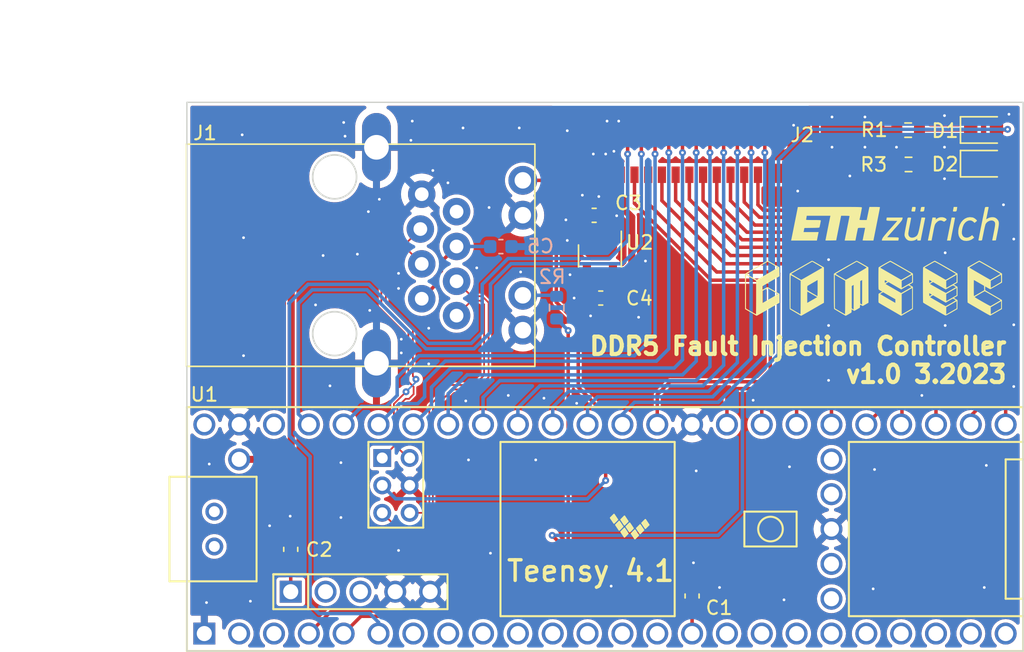
<source format=kicad_pcb>
(kicad_pcb (version 20211014) (generator pcbnew)
  (title_block (title "Injection Controller") (date "2023-03-06") (company "COMSEC") (comment 1 "ETHZ COMSEC") (comment 3 "Draft") (comment 4 "EN") (comment 5 "Stefan Gloor") (comment 7 "D-ITET"))
  (layers (0 "F.Cu" signal) (31 "B.Cu" signal) (34 "B.Paste" user) (35 "F.Paste" user) (36 "B.SilkS" user "B.Silkscreen") (37 "F.SilkS" user "F.Silkscreen") (38 "B.Mask" user) (39 "F.Mask" user) (44 "Edge.Cuts" user))
  (net 0 "")
  (net 1 "Net-(C1-Pad1)")
  (net 4 "GND")
  (net 5 "Net-(C2-Pad1)")
  (net 6 "VUSB")
  (net 7 "+1V1")
  (net 8 "Net-(C5-Pad1)")
  (net 9 "Net-(D1-Pad1)")
  (net 10 "Net-(D1-Pad2)")
  (net 11 "Net-(D2-Pad1)")
  (net 12 "ETH_TX_P")
  (net 13 "ETH_TX_N")
  (net 14 "ETH_RX_P")
  (net 15 "ETH_RX_N")
  (net 17 "ETH_LED2")
  (net 18 "ETH_LED")
  (net 19 "Net-(R2-Pad2)")
  (net 20 "CA4_LOW")
  (net 21 "CA2_PASS")
  (net 22 "CA4_HIGH")
  (net 23 "CA3_PASS")
  (net 24 "CA2_LOW")
  (net 25 "CA1_HIGH")
  (net 26 "CA4_A_STATIC")
  (net 27 "CA3_HIGH")
  (net 34 "CA4_A_PASS")
  (net 47 "CA10_A_PASS")
  (net 49 "CA1_LOW")
  (net 52 "CA10_A_HIGH")
  (net 55 "CA4_A_CS0")
  (net 58 "CA4_RFU")
  (net 59 "CA1_PASS")
  (net 60 "CA2_HIGH")
  (net 61 "CS0_A_n_PASS")
  (net 62 "CA3_LOW")
  (net 63 "CS0_A_n_HIGH")
  (net 64 "CA10_A_LOW")
  (net 65 "CS0_A_n_LOW")
  (footprint "DDR5:5019512430" (layer "F.Cu") (at 155.35 83.86)
    (fp_text reference "J2")
    (fp_text value "Molex 5019512430" hide)
  )
  (footprint "Capacitor_SMD:C_0603_1608Metric" (layer "F.Cu") (at 126.54 112.62 90)
    (fp_text reference "C2")
    (fp_text value "100n" hide)
  )
  (footprint "LED_SMD:LED_0805_2012Metric" (layer "F.Cu") (at 177.05 84.505)
    (fp_text reference "D2")
    (fp_text value "LED" hide)
  )
  (footprint "Capacitor_SMD:C_0603_1608Metric" (layer "F.Cu") (at 155.8 116.02 90)
    (fp_text reference "C1")
    (fp_text value "100n" hide)
  )
  (footprint "Package_TO_SOT_SMD:SOT-23-5" (layer "F.Cu") (at 149.08 91.23 -90)
    (fp_text reference "U2")
    (fp_text value "TLV73311PDBV" hide)
  )
  (footprint "Resistor_SMD:R_0603_1608Metric" (layer "F.Cu") (at 171.55 82.06)
    (fp_text reference "R1")
    (fp_text value "330" hide)
  )
  (footprint "LOGO" (layer "F.Cu") (at 170.58 88.87)
    (fp_text reference "G***" hide)
    (fp_text value "LOGO" hide)
  )
  (footprint "Capacitor_SMD:C_0603_1608Metric" (layer "F.Cu") (at 148.66 88.27)
    (fp_text reference "C3")
    (fp_text value "100n" hide)
  )
  (footprint "DDR5:480251090" (layer "F.Cu") (at 136.09 91.18 -90)
    (fp_text reference "J1")
    (fp_text value "RJ45_Bel_SI-60062-F")
    (fp_circle (center 5.715 6.35) (end 7.315 6.35) (layer "Edge.Cuts") (width 0.12) (fill none))
    (fp_circle (center -5.715 6.35) (end -4.115 6.35) (layer "Edge.Cuts") (width 0.12) (fill none))
  )
  (footprint "LOGO" (layer "F.Cu") (at 169.02 93.57)
    (fp_text reference "G***" hide)
    (fp_text value "LOGO" hide)
  )
  (footprint "Capacitor_SMD:C_0603_1608Metric" (layer "F.Cu") (at 149.14 94.3 180)
    (fp_text reference "C4")
    (fp_text value "100n" hide)
  )
  (footprint "Teensy:Teensy41" (layer "F.Cu") (at 149.45 111.14)
    (fp_text reference "U1")
    (fp_text value "Teensy4.1" hide)
  )
  (footprint "Resistor_SMD:R_0603_1608Metric" (layer "F.Cu") (at 171.58 84.56 180)
    (fp_text reference "R3")
    (fp_text value "330" hide)
  )
  (footprint "LED_SMD:LED_0805_2012Metric" (layer "F.Cu") (at 177.05 82.045)
    (fp_text reference "D1")
    (fp_text value "LED" hide)
  )
  (footprint "Capacitor_SMD:C_0603_1608Metric" (layer "B.Cu") (at 141.86 90.55)
    (fp_text reference "C5")
    (fp_text value "100n" hide)
  )
  (footprint "Resistor_SMD:R_0603_1608Metric" (layer "B.Cu") (at 145.93 95 -90)
    (fp_text reference "R2")
    (fp_text value "330" hide)
  )
  (gr_rect (start 118.97 120.03) (end 179.93 80.03) (layer "Edge.Cuts") (width 0.1) (fill none))
  (gr_text "DDR5 Fault Injection Controller\nv1.0 3.2023\n" (at 178.87 98.83) (layer "F.SilkS") (effects (font (size 1.27 1.27) (thickness 0.3)) (justify right)))
  (gr_text "Teensy 4.1" (at 148.4 114.2) (layer "F.SilkS") (effects (font (size 1.5 1.5) (thickness 0.25))))
  (segment (start 155.8 118.76) (end 155.8 116.795) (width 0.254) (layer "F.Cu") (net 1))
  (segment (start 149.07 89.01) (end 149.07 90.0825) (width 0.254) (layer "F.Cu") (net 4))
  (segment (start 149.435 88.27) (end 149.435 88.645) (width 0.254) (layer "F.Cu") (net 4))
  (segment (start 149.07 90.0825) (end 149.08 90.0925) (width 0.254) (layer "F.Cu") (net 4))
  (segment (start 149.435 88.645) (end 149.07 89.01) (width 0.254) (layer "F.Cu") (net 4))
  (via (at 130.5 82.5) (size 0.5) (drill 0.2) (layers "F.Cu" "B.Cu") (net 4))
  (via (at 151.9 95.7) (size 0.5) (drill 0.2) (layers "F.Cu" "B.Cu") (net 4))
  (via (at 174.25 96.3) (size 0.5) (drill 0.2) (layers "F.Cu" "B.Cu") (net 4))
  (via (at 133 87.1) (size 0.5) (drill 0.2) (layers "F.Cu" "B.Cu") (net 4))
  (via (at 147.385256 101.971555) (size 0.5) (drill 0.2) (layers "F.Cu" "B.Cu") (net 4))
  (via (at 120.4 116.5) (size 0.5) (drill 0.2) (layers "F.Cu" "B.Cu") (net 4))
  (via (at 136.6 96.5) (size 0.5) (drill 0.2) (layers "F.Cu" "B.Cu") (net 4))
  (via (at 165.75 96.3) (size 0.5) (drill 0.2) (layers "F.Cu" "B.Cu") (net 4))
  (via (at 168.4 81.1) (size 0.5) (drill 0.2) (layers "F.Cu" "B.Cu") (net 4))
  (via (at 130.4 81.5) (size 0.5) (drill 0.2) (layers "F.Cu" "B.Cu") (net 4))
  (via (at 165.75 100.3) (size 0.5) (drill 0.2) (layers "F.Cu" "B.Cu") (net 4))
  (via (at 165.75 91.5) (size 0.5) (drill 0.2) (layers "F.Cu" "B.Cu") (net 4))
  (via (at 123.1 89.9) (size 0.5) (drill 0.2) (layers "F.Cu" "B.Cu") (net 4))
  (via (at 138 85.9) (size 0.5) (drill 0.2) (layers "F.Cu" "B.Cu") (net 4))
  (via (at 157.8 115.4) (size 0.5) (drill 0.2) (layers "F.Cu" "B.Cu") (net 4))
  (via (at 139.1 81.9) (size 0.5) (drill 0.2) (layers "F.Cu" "B.Cu") (net 4))
  (via (at 178.5 87.5) (size 0.5) (drill 0.2) (layers "F.Cu" "B.Cu") (net 4))
  (via (at 162.9 106.6) (size 0.5) (drill 0.2) (layers "F.Cu" "B.Cu") (net 4))
  (via (at 160.25 101.75) (size 0.5) (drill 0.2) (layers "F.Cu" "B.Cu") (net 4))
  (via (at 134.4 92.5) (size 0.5) (drill 0.2) (layers "F.Cu" "B.Cu") (net 4))
  (via (at 150.45 81.4) (size 0.5) (drill 0.2) (layers "F.Cu" "B.Cu") (net 4))
  (via (at 136.9 85) (size 0.5) (drill 0.2) (layers "F.Cu" "B.Cu") (net 4))
  (via (at 166 81.1) (size 0.5) (drill 0.2) (layers "F.Cu" "B.Cu") (net 4))
  (via (at 150.1 83.6) (size 0.5) (drill 0.2) (layers "F.Cu" "B.Cu") (net 4))
  (via (at 169 115.5) (size 0.5) (drill 0.2) (layers "F.Cu" "B.Cu") (net 4))
  (via (at 147.2 94.3) (size 0.5) (drill 0.2) (layers "F.Cu" "B.Cu") (net 4))
  (via (at 177.1 115.4) (size 0.5) (drill 0.2) (layers "F.Cu" "B.Cu") (net 4))
  (via (at 172.55 101.4) (size 0.5) (drill 0.2) (layers "F.Cu" "B.Cu") (net 4))
  (via (at 168.4 83.3) (size 0.5) (drill 0.2) (layers "F.Cu" "B.Cu") (net 4))
  (via (at 162.5 116.3) (size 0.5) (drill 0.2) (layers "F.Cu" "B.Cu") (net 4))
  (via (at 174.2 85.6) (size 0.5) (drill 0.2) (layers "F.Cu" "B.Cu") (net 4))
  (via (at 147.8 86.8) (size 0.5) (drill 0.2) (layers "F.Cu" "B.Cu") (net 4))
  (via (at 163.5 86.5) (size 0.5) (drill 0.2) (layers "F.Cu" "B.Cu") (net 4))
  (via (at 142.4 101.4) (size 0.5) (drill 0.2) (layers "F.Cu" "B.Cu") (net 4))
  (via (at 179.25 96.25) (size 0.5) (drill 0.2) (layers "F.Cu" "B.Cu") (net 4))
  (via (at 123.1 98.5) (size 0.5) (drill 0.2) (layers "F.Cu" "B.Cu") (net 4))
  (via (at 148.6 83.8) (size 0.5) (drill 0.2) (layers "F.Cu" "B.Cu") (net 4))
  (via (at 139.3 101.8) (size 0.5) (drill 0.2) (layers "F.Cu" "B.Cu") (net 4))
  (via (at 174.2 81) (size 0.5) (drill 0.2) (layers "F.Cu" "B.Cu") (net 4))
  (via (at 163.2 81.7) (size 0.5) (drill 0.2) (layers "F.Cu" "B.Cu") (net 4))
  (via (at 174.2 83.3) (size 0.5) (drill 0.2) (layers "F.Cu" "B.Cu") (net 4))
  (via (at 143.3 92.4) (size 0.5) (drill 0.2) (layers "F.Cu" "B.Cu") (net 4))
  (via (at 156.1 106.9) (size 0.5) (drill 0.2) (layers "F.Cu" "B.Cu") (net 4))
  (via (at 128.9 91.2) (size 0.5) (drill 0.2) (layers "F.Cu" "B.Cu") (net 4))
  (via (at 139.5 106.1) (size 0.5) (drill 0.2) (layers "F.Cu" "B.Cu") (net 4))
  (via (at 134.4 112.7) (size 0.5) (drill 0.2) (layers "F.Cu" "B.Cu") (net 4))
  (via (at 146.6 88.6) (size 0.5) (drill 0.2) (layers "F.Cu" "B.Cu") (net 4))
  (via (at 140.1 92.1) (size 0.5) (drill 0.2) (layers "F.Cu" "B.Cu") (net 4))
  (via (at 178.9 80.9) (size 0.5) (drill 0.2) (layers "F.Cu" "B.Cu") (net 4))
  (via (at 145 101.6) (size 0.5) (drill 0.2) (layers "F.Cu" "B.Cu") (net 4))
  (via (at 143.2 81.9) (size 0.5) (drill 0.2) (layers "F.Cu" "B.Cu") (net 4))
  (via (at 129.4 100.7) (size 0.5) (drill 0.2) (layers "F.Cu" "B.Cu") (net 4))
  (via (at 141.1 112.9) (size 0.5) (drill 0.2) (layers "F.Cu" "B.Cu") (net 4))
  (via (at 134.6 97.3) (size 0.5) (drill 0.2) (layers "F.Cu" "B.Cu") (net 4))
  (via (at 150.3 88.3) (size 0.5) (drill 0.2) (layers "F.Cu" "B.Cu") (net 4))
  (via (at 125 110.9) (size 0.5) (drill 0.2) (layers "F.Cu" "B.Cu") (net 4))
  (via (at 130.2 110.3) (size 0.5) (drill 0.2) (layers "F.Cu" "B.Cu") (net 4))
  (via (at 131.4 91.1) (size 0.5) (drill 0.2) (layers "F.Cu" "B.Cu") (net 4))
  (via (at 144.4 106.1) (size 0.5) (drill 0.2) (layers "F.Cu" "B.Cu") (net 4))
  (via (at 128.35 94.8) (size 0.5) (drill 0.2) (layers "F.Cu" "B.Cu") (net 4))
  (via (at 141 87.7) (size 0.5) (drill 0.2) (layers "F.Cu" "B.Cu") (net 4))
  (via (at 179.25 100.75) (size 0.5) (drill 0.2) (layers "F.Cu" "B.Cu") (net 4))
  (via (at 120.6 106.4) (size 0.5) (drill 0.2) (layers "F.Cu" "B.Cu") (net 4))
  (via (at 170.7 83.3) (size 0.5) (drill 0.2) (layers "F.Cu" "B.Cu") (net 4))
  (via (at 149.5 83.8) (size 0.5) (drill 0.2) (layers "F.Cu" "B.Cu") (net 4))
  (via (at 123 82.4) (size 0.5) (drill 0.2) (layers "F.Cu" "B.Cu") (net 4))
  (via (at 167.3 85.4) (size 0.5) (drill 0.2) (layers "F.Cu" "B.Cu") (net 4))
  (via (at 134.6 98.3) (size 0.5) (drill 0.2) (layers "F.Cu" "B.Cu") (net 4))
  (via (at 155.9 113.6) (size 0.5) (drill 0.2) (layers "F.Cu" "B.Cu") (net 4))
  (via (at 169.1 106.8) (size 0.5) (drill 0.2) (layers "F.Cu" "B.Cu") (net 4))
  (via (at 148.4 95.6) (size 0.5) (drill 0.2) (layers "F.Cu" "B.Cu") (net 4))
  (via (at 136.6 99.1) (size 0.5) (drill 0.2) (layers "F.Cu" "B.Cu") (net 4))
  (via (at 146.7 82.1) (size 0.5) (drill 0.2) (layers "F.Cu" "B.Cu") (net 4))
  (via (at 149.6 81.4) (size 0.5) (drill 0.2) (layers "F.Cu" "B.Cu") (net 4))
  (via (at 134.4 93.6) (size 0.5) (drill 0.2) (layers "F.Cu" "B.Cu") (net 4))
  (via (at 135.4 81.4) (size 0.5) (drill 0.2) (layers "F.Cu" "B.Cu") (net 4))
  (via (at 177.25 106.5) (size 0.5) (drill 0.2) (layers "F.Cu" "B.Cu") (net 4))
  (via (at 149 86.9) (size 0.5) (drill 0.2) (layers "F.Cu" "B.Cu") (net 4))
  (via (at 152.4 91.6) (size 0.5) (drill 0.2) (layers "F.Cu" "B.Cu") (net 4))
  (via (at 132.2 88) (size 0.5) (drill 0.2) (layers "F.Cu" "B.Cu") (net 4))
  (via (at 132.3 95.2) (size 0.5) (drill 0.2) (layers "F.Cu" "B.Cu") (net 4))
  (via (at 135.3 82.8) (size 0.5) (drill 0.2) (layers "F.Cu" "B.Cu") (net 4))
  (via (at 149.9 115.3) (size 0.5) (drill 0.2) (layers "F.Cu" "B.Cu") (net 4))
  (via (at 166 83.3) (size 0.5) (drill 0.2) (layers "F.Cu" "B.Cu") (net 4))
  (via (at 123.6 116.4) (size 0.5) (drill 0.2) (layers "F.Cu" "B.Cu") (net 4))
  (via (at 146.9 92.6) (size 0.5) (drill 0.2) (layers "F.Cu" "B.Cu") (net 4))
  (via (at 174.25 91) (size 0.5) (drill 0.2) (layers "F.Cu" "B.Cu") (net 4))
  (via (at 126.5 110.2) (size 0.5) (drill 0.2) (layers "F.Cu" "B.Cu") (net 4))
  (via (at 146.7 90.1) (size 0.5) (drill 0.2) (layers "F.Cu" "B.Cu") (net 4))
  (via (at 130.2 106.3) (size 0.5) (drill 0.2) (layers "F.Cu" "B.Cu") (net 4))
  (via (at 179.25 90) (size 0.5) (drill 0.2) (layers "F.Cu" "B.Cu") (net 4))
  (segment (start 126.5392 113.3958) (end 126.54 113.395) (width 0.254) (layer "F.Cu") (net 5))
  (segment (start 126.5392 115.7092) (end 126.5392 113.3958) (width 0.254) (layer "F.Cu") (net 5))
  (segment (start 146.8 85.1) (end 146.8 87.185) (width 0.512) (layer "F.Cu") (net 6))
  (segment (start 126.576 105.524) (end 126.576 91.024) (width 0.512) (layer "F.Cu") (net 6))
  (segment (start 166.1 86.6) (end 164.8 85.3) (width 0.512) (layer "F.Cu") (net 6))
  (segment (start 148.13 88.515) (end 147.885 88.27) (width 0.512) (layer "F.Cu") (net 6))
  (segment (start 164.8 81.6) (end 163.886 80.686) (width 0.512) (layer "F.Cu") (net 6))
  (segment (start 177.9875 84.505) (end 177.9875 86.1125) (width 0.512) (layer "F.Cu") (net 6))
  (segment (start 134 86.2) (end 136.8 83.4) (width 0.512) (layer "F.Cu") (net 6))
  (segment (start 146.8 87.185) (end 147.885 88.27) (width 0.512) (layer "F.Cu") (net 6))
  (segment (start 177.9875 86.1125) (end 177.5 86.6) (width 0.512) (layer "F.Cu") (net 6))
  (segment (start 148.13 90.93) (end 148.13 90.0925) (width 0.512) (layer "F.Cu") (net 6))
  (segment (start 126.04 106.06) (end 126.576 105.524) (width 0.512) (layer "F.Cu") (net 6))
  (segment (start 164.8 85.3) (end 164.8 81.6) (width 0.512) (layer "F.Cu") (net 6))
  (segment (start 128.4 89.2) (end 133 89.2) (width 0.512) (layer "F.Cu") (net 6))
  (segment (start 134 88.2) (end 134 86.2) (width 0.512) (layer "F.Cu") (net 6))
  (segment (start 133 89.2) (end 134 88.2) (width 0.512) (layer "F.Cu") (net 6))
  (segment (start 177.5 86.6) (end 166.1 86.6) (width 0.512) (layer "F.Cu") (net 6))
  (segment (start 148.5 91.3) (end 148.13 90.93) (width 0.512) (layer "F.Cu") (net 6))
  (segment (start 122.78 106.06) (end 126.04 106.06) (width 0.512) (layer "F.Cu") (net 6))
  (segment (start 145.1 83.4) (end 146.8 85.1) (width 0.512) (layer "F.Cu") (net 6))
  (segment (start 146.014 80.686) (end 145.1 81.6) (width 0.512) (layer "F.Cu") (net 6))
  (segment (start 126.576 91.024) (end 128.4 89.2) (width 0.512) (layer "F.Cu") (net 6))
  (segment (start 163.886 80.686) (end 146.014 80.686) (width 0.512) (layer "F.Cu") (net 6))
  (segment (start 145.1 81.6) (end 145.1 83.4) (width 0.512) (layer "F.Cu") (net 6))
  (segment (start 150.03 90.97) (end 149.7 91.3) (width 0.512) (layer "F.Cu") (net 6))
  (segment (start 149.7 91.3) (end 148.5 91.3) (width 0.512) (layer "F.Cu") (net 6))
  (segment (start 148.13 90.0925) (end 148.13 88.515) (width 0.512) (layer "F.Cu") (net 6))
  (segment (start 136.8 83.4) (end 145.1 83.4) (width 0.512) (layer "F.Cu") (net 6))
  (segment (start 150.03 90.0925) (end 150.03 90.97) (width 0.512) (layer "F.Cu") (net 6))
  (segment (start 151.4 91.9) (end 150.9325 92.3675) (width 0.512) (layer "F.Cu") (net 7))
  (segment (start 150.9325 92.3675) (end 150.03 92.3675) (width 0.512) (layer "F.Cu") (net 7))
  (segment (start 149.600015 86.400015) (end 150 86.8) (width 0.512) (layer "F.Cu") (net 7))
  (segment (start 150.5 86.8) (end 150.8 87.1) (width 0.512) (layer "F.Cu") (net 7))
  (segment (start 150.8 87.1) (end 150.8 87.8) (width 0.512) (layer "F.Cu") (net 7))
  (segment (start 149.600015 85.309999) (end 149.600015 86.400015) (width 0.512) (layer "F.Cu") (net 7))
  (segment (start 150 86.8) (end 150.5 86.8) (width 0.512) (layer "F.Cu") (net 7))
  (segment (start 150.03 92.3675) (end 150.03 94.185) (width 0.512) (layer "F.Cu") (net 7))
  (segment (start 151.4 88.4) (end 151.4 91.9) (width 0.512) (layer "F.Cu") (net 7))
  (segment (start 150.8 87.8) (end 151.4 88.4) (width 0.512) (layer "F.Cu") (net 7))
  (segment (start 150.03 94.185) (end 149.915 94.3) (width 0.512) (layer "F.Cu") (net 7))
  (segment (start 136.09 94.35) (end 137.08 93.36) (width 0.254) (layer "F.Cu") (net 8))
  (segment (start 137.52 92.32) (end 137.52 91.65) (width 0.254) (layer "F.Cu") (net 8))
  (segment (start 137.52 91.65) (end 138.63 90.54) (width 0.254) (layer "F.Cu") (net 8))
  (segment (start 137.08 93.36) (end 137.08 92.76) (width 0.254) (layer "F.Cu") (net 8))
  (segment (start 137.08 92.76) (end 137.52 92.32) (width 0.254) (layer "F.Cu") (net 8))
  (segment (start 141.075 90.54) (end 141.085 90.55) (width 0.254) (layer "B.Cu") (net 8))
  (segment (start 138.63 90.54) (end 141.075 90.54) (width 0.254) (layer "B.Cu") (net 8))
  (segment (start 172.39 82.045) (end 172.375 82.06) (width 0.254) (layer "F.Cu") (net 9))
  (segment (start 176.1125 82.045) (end 172.39 82.045) (width 0.254) (layer "F.Cu") (net 9))
  (segment (start 129.501 117.119) (end 131.817816 117.119) (width 0.254) (layer "F.Cu") (net 10))
  (segment (start 127.86 118.76) (end 129.501 117.119) (width 0.254) (layer "F.Cu") (net 10))
  (segment (start 131.817816 117.119) (end 144.881 117.119) (width 0.254) (layer "F.Cu") (net 10))
  (segment (start 146.3 115.7) (end 146.3 112.3) (width 0.254) (layer "F.Cu") (net 10))
  (segment (start 177.9875 82.045) (end 178.755 82.045) (width 0.254) (layer "F.Cu") (net 10))
  (segment (start 146.3 112.3) (end 145.6 111.6) (width 0.254) (layer "F.Cu") (net 10))
  (segment (start 144.881 117.119) (end 146.3 115.7) (width 0.254) (layer "F.Cu") (net 10))
  (segment (start 178.755 82.045) (end 178.8 82) (width 0.254) (layer "F.Cu") (net 10))
  (via (at 145.6 111.6) (size 0.5) (drill 0.2) (layers "F.Cu" "B.Cu") (net 10))
  (via (at 178.8 82) (size 0.5) (drill 0.2) (layers "F.Cu" "B.Cu") (net 10))
  (segment (start 164.3 82) (end 178.8 82) (width 0.254) (layer "B.Cu") (net 10))
  (segment (start 162.1 98.4) (end 162.1 91.4) (width 0.254) (layer "B.Cu") (net 10))
  (segment (start 162.1 84.2) (end 164.2 82.1) (width 0.254) (layer "B.Cu") (net 10))
  (segment (start 162.1 91.4) (end 162.1 84.2) (width 0.254) (layer "B.Cu") (net 10))
  (segment (start 164.2 82.1) (end 164.3 82) (width 0.254) (layer "B.Cu") (net 10))
  (segment (start 159.467 101.033) (end 160.4 100.1) (width 0.254) (layer "B.Cu") (net 10))
  (segment (start 157.7 111.6) (end 159.1 110.2) (width 0.254) (layer "B.Cu") (net 10))
  (segment (start 159.1 110.2) (end 159.467 109.833) (width 0.254) (layer "B.Cu") (net 10))
  (segment (start 145.6 111.6) (end 157.7 111.6) (width 0.254) (layer "B.Cu") (net 10))
  (segment (start 160.4 100.1) (end 162.1 98.4) (width 0.254) (layer "B.Cu") (net 10))
  (segment (start 159.467 109.833) (end 159.467 101.033) (width 0.254) (layer "B.Cu") (net 10))
  (segment (start 176.0575 84.56) (end 176.1125 84.505) (width 0.254) (layer "F.Cu") (net 11))
  (segment (start 172.405 84.56) (end 176.0575 84.56) (width 0.254) (layer "F.Cu") (net 11))
  (segment (start 139.932276 100.6365) (end 138.1635 100.6365) (width 0.127) (layer "F.Cu") (net 12))
  (segment (start 140.6365 94.767724) (end 140.6365 99.932276) (width 0.127) (layer "F.Cu") (net 12))
  (segment (start 138.63 95.58) (end 139.7165 94.4935) (width 0.127) (layer "F.Cu") (net 12))
  (segment (start 140.362276 94.4935) (end 140.6365 94.767724) (width 0.127) (layer "F.Cu") (net 12))
  (segment (start 136.2416 109.9584) (end 135.21 109.9584) (width 0.127) (layer "F.Cu") (net 12))
  (segment (start 138.1635 100.6365) (end 136.646 102.154) (width 0.127) (layer "F.Cu") (net 12))
  (segment (start 139.7165 94.4935) (end 140.362276 94.4935) (width 0.127) (layer "F.Cu") (net 12))
  (segment (start 136.646 109.554) (end 136.2416 109.9584) (width 0.127) (layer "F.Cu") (net 12))
  (segment (start 140.6365 99.932276) (end 139.932276 100.6365) (width 0.127) (layer "F.Cu") (net 12))
  (segment (start 136.646 102.154) (end 136.646 109.554) (width 0.127) (layer "F.Cu") (net 12))
  (segment (start 138.3365 100.9635) (end 136.9 102.4) (width 0.127) (layer "F.Cu") (net 13))
  (segment (start 140.9635 100.067724) (end 140.067724 100.9635) (width 0.127) (layer "F.Cu") (net 13))
  (segment (start 139.7165 94.1665) (end 140.497724 94.1665) (width 0.127) (layer "F.Cu") (net 13))
  (segment (start 136.9 110.5) (end 136.4 111) (width 0.127) (layer "F.Cu") (net 13))
  (segment (start 136.4 111) (end 134.2516 111) (width 0.127) (layer "F.Cu") (net 13))
  (segment (start 134.2516 111) (end 133.21 109.9584) (width 0.127) (layer "F.Cu") (net 13))
  (segment (start 140.9635 94.632276) (end 140.9635 100.067724) (width 0.127) (layer "F.Cu") (net 13))
  (segment (start 140.067724 100.9635) (end 138.3365 100.9635) (width 0.127) (layer "F.Cu") (net 13))
  (segment (start 136.9 102.4) (end 136.9 110.5) (width 0.127) (layer "F.Cu") (net 13))
  (segment (start 140.497724 94.1665) (end 140.9635 94.632276) (width 0.127) (layer "F.Cu") (net 13))
  (segment (start 138.63 93.08) (end 139.7165 94.1665) (width 0.127) (layer "F.Cu") (net 13))
  (segment (start 134.387724 90.6535) (end 134.9335 90.6535) (width 0.127) (layer "F.Cu") (net 14))
  (segment (start 133.4735 91.567724) (end 134.387724 90.6535) (width 0.127) (layer "F.Cu") (net 14))
  (segment (start 133.4735 94.652276) (end 133.4735 91.567724) (width 0.127) (layer "F.Cu") (net 14))
  (segment (start 133.21 105.9584) (end 134.06 105.1084) (width 0.127) (layer "F.Cu") (net 14))
  (segment (start 135.4435 96.622276) (end 133.4735 94.652276) (width 0.127) (layer "F.Cu") (net 14))
  (segment (start 135.4435 99.992807) (end 135.4435 96.622276) (width 0.127) (layer "F.Cu") (net 14))
  (segment (start 134.06 105.1084) (end 134.06 102.02) (width 0.127) (layer "F.Cu") (net 14))
  (segment (start 134.06 102.02) (end 134.947254 101.132746) (width 0.127) (layer "F.Cu") (net 14))
  (segment (start 134.9335 90.6535) (end 136.09 91.81) (width 0.127) (layer "F.Cu") (net 14))
  (segment (start 135.669412 100.218719) (end 135.4435 99.992807) (width 0.127) (layer "F.Cu") (net 14))
  (via (at 134.947254 101.132746) (size 0.5) (drill 0.2) (layers "F.Cu" "B.Cu") (net 14))
  (via (at 135.669412 100.218719) (size 0.5) (drill 0.2) (layers "F.Cu" "B.Cu") (net 14))
  (segment (start 135.669412 100.410588) (end 135.669412 100.218719) (width 0.127) (layer "B.Cu") (net 14))
  (segment (start 134.947254 101.132746) (end 135.669412 100.410588) (width 0.127) (layer "B.Cu") (net 14))
  (segment (start 135.5 101.306199) (end 135.159953 101.646246) (width 0.127) (layer "F.Cu") (net 15))
  (segment (start 134.314 105.184) (end 135.0884 105.9584) (width 0.127) (layer "F.Cu") (net 15))
  (segment (start 134.314 102.246) (end 134.314 105.184) (width 0.127) (layer "F.Cu") (net 15))
  (segment (start 134.252276 90.3265) (end 133.1465 91.432276) (width 0.127) (layer "F.Cu") (net 15))
  (segment (start 135.99 89.27) (end 134.9335 90.3265) (width 0.127) (layer "F.Cu") (net 15))
  (segment (start 135.1165 96.757724) (end 135.1165 100.392006) (width 0.127) (layer "F.Cu") (net 15))
  (segment (start 134.9335 90.3265) (end 134.252276 90.3265) (width 0.127) (layer "F.Cu") (net 15))
  (segment (start 135.0884 105.9584) (end 135.21 105.9584) (width 0.127) (layer "F.Cu") (net 15))
  (segment (start 135.159953 101.646246) (end 134.913754 101.646246) (width 0.127) (layer "F.Cu") (net 15))
  (segment (start 135.1165 100.392006) (end 135.5 100.775506) (width 0.127) (layer "F.Cu") (net 15))
  (segment (start 135.5 100.775506) (end 135.5 101.306199) (width 0.127) (layer "F.Cu") (net 15))
  (segment (start 133.1465 91.432276) (end 133.1465 94.787724) (width 0.127) (layer "F.Cu") (net 15))
  (segment (start 133.1465 94.787724) (end 135.1165 96.757724) (width 0.127) (layer "F.Cu") (net 15))
  (segment (start 134.913754 101.646246) (end 134.314 102.246) (width 0.127) (layer "F.Cu") (net 15))
  (segment (start 145.855 94.1) (end 145.93 94.175) (width 0.254) (layer "B.Cu") (net 17))
  (segment (start 143.46 94.1) (end 145.855 94.1) (width 0.254) (layer "B.Cu") (net 17))
  (segment (start 147.2 95.9) (end 147.5 96.2) (width 0.254) (layer "F.Cu") (net 18))
  (segment (start 145.12 85.72) (end 145.9 86.5) (width 0.254) (layer "F.Cu") (net 18))
  (segment (start 147.5 100.8) (end 148 101.3) (width 0.254) (layer "F.Cu") (net 18))
  (segment (start 149.5 104.3) (end 149.5 107.6) (width 0.254) (layer "F.Cu") (net 18))
  (segment (start 148 101.3) (end 149.5 102.8) (width 0.254) (layer "F.Cu") (net 18))
  (segment (start 149.5 102.8) (end 149.5 104.3) (width 0.254) (layer "F.Cu") (net 18))
  (segment (start 143.46 85.72) (end 145.12 85.72) (width 0.254) (layer "F.Cu") (net 18))
  (segment (start 145.9 86.5) (end 145.9 94.6) (width 0.254) (layer "F.Cu") (net 18))
  (segment (start 147.5 100.4) (end 147.5 100.8) (width 0.254) (layer "F.Cu") (net 18))
  (segment (start 145.9 94.6) (end 147.2 95.9) (width 0.254) (layer "F.Cu") (net 18))
  (segment (start 147.5 96.2) (end 147.5 100.4) (width 0.254) (layer "F.Cu") (net 18))
  (via (at 149.5 107.6) (size 0.5) (drill 0.2) (layers "F.Cu" "B.Cu") (net 18))
  (segment (start 149.5 107.6) (end 148.1646 108.9354) (width 0.254) (layer "B.Cu") (net 18))
  (segment (start 134.187 108.9354) (end 133.21 107.9584) (width 0.254) (layer "B.Cu") (net 18))
  (segment (start 148.1646 108.9354) (end 134.187 108.9354) (width 0.254) (layer "B.Cu") (net 18))
  (segment (start 131.66 117.5) (end 130.4 118.76) (width 0.254) (layer "F.Cu") (net 19))
  (segment (start 145.1 117.5) (end 131.66 117.5) (width 0.254) (layer "F.Cu") (net 19))
  (segment (start 146.767 115.833) (end 145.1 117.5) (width 0.254) (layer "F.Cu") (net 19))
  (segment (start 146.767 96.667) (end 146.767 115.833) (width 0.254) (layer "F.Cu") (net 19))
  (via (at 146.767 96.667) (size 0.5) (drill 0.2) (layers "F.Cu" "B.Cu") (net 19))
  (segment (start 146.767 96.667) (end 146.767 96.662) (width 0.254) (layer "B.Cu") (net 19))
  (segment (start 146.767 96.662) (end 145.93 95.825) (width 0.254) (layer "B.Cu") (net 19))
  (segment (start 151.100015 82.41) (end 151.100015 83.799985) (width 0.254) (layer "F.Cu") (net 20))
  (via (at 151.100015 83.799985) (size 0.5) (drill 0.2) (layers "F.Cu" "B.Cu") (net 20))
  (segment (start 127.9522 105.8522) (end 127.9522 116.6522) (width 0.254) (layer "B.Cu") (net 20))
  (segment (start 139.7 97.6) (end 136.538816 97.6) (width 0.254) (layer "B.Cu") (net 20))
  (segment (start 136.538816 97.6) (end 132.238816 93.3) (width 0.254) (layer "B.Cu") (net 20))
  (segment (start 142.381 91.419) (end 140.5 93.3) (width 0.254) (layer "B.Cu") (net 20))
  (segment (start 151.100015 90.099985) (end 149.781 91.419) (width 0.254) (layer "B.Cu") (net 20))
  (segment (start 132.238816 93.3) (end 127.8 93.3) (width 0.254) (layer "B.Cu") (net 20))
  (segment (start 126.447 94.747) (end 126.447 104.347) (width 0.254) (layer "B.Cu") (net 20))
  (segment (start 127.9522 116.6522) (end 128.6 117.3) (width 0.254) (layer "B.Cu") (net 20))
  (segment (start 151.100015 83.799985) (end 151.100015 90.099985) (width 0.254) (layer "B.Cu") (net 20))
  (segment (start 128.6 117.3) (end 132.3 117.3) (width 0.254) (layer "B.Cu") (net 20))
  (segment (start 127.8 93.3) (end 126.4 94.7) (width 0.254) (layer "B.Cu") (net 20))
  (segment (start 126.447 104.347) (end 127.9522 105.8522) (width 0.254) (layer "B.Cu") (net 20))
  (segment (start 140.5 96.8) (end 139.7 97.6) (width 0.254) (layer "B.Cu") (net 20))
  (segment (start 140.5 93.3) (end 140.5 96.8) (width 0.254) (layer "B.Cu") (net 20))
  (segment (start 149.781 91.419) (end 142.381 91.419) (width 0.254) (layer "B.Cu") (net 20))
  (segment (start 132.3 117.3) (end 132.94 117.94) (width 0.254) (layer "B.Cu") (net 20))
  (segment (start 126.4 94.7) (end 126.447 94.747) (width 0.254) (layer "B.Cu") (net 20))
  (segment (start 132.94 117.94) (end 132.94 118.76) (width 0.254) (layer "B.Cu") (net 20))
  (segment (start 160.9 93) (end 161.5 93.6) (width 0.254) (layer "F.Cu") (net 21))
  (segment (start 157.2 93) (end 160.9 93) (width 0.254) (layer "F.Cu") (net 21))
  (segment (start 161.5 93.6) (end 161.5 99.6) (width 0.254) (layer "F.Cu") (net 21))
  (segment (start 153.26 101.34) (end 153.26 103.52) (width 0.254) (layer "F.Cu") (net 21))
  (segment (start 161.5 99.6) (end 160.7 100.4) (width 0.254) (layer "F.Cu") (net 21))
  (segment (start 151.600015 87.400015) (end 157.2 93) (width 0.254) (layer "F.Cu") (net 21))
  (segment (start 154.2 100.4) (end 153.26 101.34) (width 0.254) (layer "F.Cu") (net 21))
  (segment (start 160.7 100.4) (end 154.2 100.4) (width 0.254) (layer "F.Cu") (net 21))
  (segment (start 151.600015 85.309999) (end 151.600015 87.400015) (width 0.254) (layer "F.Cu") (net 21))
  (segment (start 152.100015 82.41) (end 152.100015 83.799985) (width 0.254) (layer "F.Cu") (net 22))
  (via (at 152.100015 83.799985) (size 0.5) (drill 0.2) (layers "F.Cu" "B.Cu") (net 22))
  (segment (start 128.1 93.7) (end 127.1 94.7) (width 0.254) (layer "B.Cu") (net 22))
  (segment (start 136.4 98) (end 132.1 93.7) (width 0.254) (layer "B.Cu") (net 22))
  (segment (start 142.6 91.8) (end 141.1 93.3) (width 0.254) (layer "B.Cu") (net 22))
  (segment (start 152.100015 90.399985) (end 150.7 91.8) (width 0.254) (layer "B.Cu") (net 22))
  (segment (start 150.7 91.8) (end 142.6 91.8) (width 0.254) (layer "B.Cu") (net 22))
  (segment (start 139.9 98) (end 136.4 98) (width 0.254) (layer "B.Cu") (net 22))
  (segment (start 127.1 102.76) (end 127.86 103.52) (width 0.254) (layer "B.Cu") (net 22))
  (segment (start 127.1 94.7) (end 127.1 102.76) (width 0.254) (layer "B.Cu") (net 22))
  (segment (start 141.1 93.3) (end 141.1 96.8) (width 0.254) (layer "B.Cu") (net 22))
  (segment (start 152.100015 83.799985) (end 152.100015 90.399985) (width 0.254) (layer "B.Cu") (net 22))
  (segment (start 141.1 96.8) (end 139.9 98) (width 0.254) (layer "B.Cu") (net 22))
  (segment (start 132.1 93.7) (end 128.1 93.7) (width 0.254) (layer "B.Cu") (net 22))
  (segment (start 158.95 100.9) (end 158.34 101.51) (width 0.254) (layer "F.Cu") (net 23))
  (segment (start 162 92.4) (end 162.1 92.5) (width 0.254) (layer "F.Cu") (net 23))
  (segment (start 161.5 100.9) (end 158.95 100.9) (width 0.254) (layer "F.Cu") (net 23))
  (segment (start 158.34 101.51) (end 158.34 103.52) (width 0.254) (layer "F.Cu") (net 23))
  (segment (start 162.1 92.5) (end 162.1 100.3) (width 0.254) (layer "F.Cu") (net 23))
  (segment (start 157.6 92.4) (end 162 92.4) (width 0.254) (layer "F.Cu") (net 23))
  (segment (start 152.600015 87.400015) (end 157.6 92.4) (width 0.254) (layer "F.Cu") (net 23))
  (segment (start 152.600015 85.309999) (end 152.600015 87.400015) (width 0.254) (layer "F.Cu") (net 23))
  (segment (start 162.1 100.3) (end 161.5 100.9) (width 0.254) (layer "F.Cu") (net 23))
  (segment (start 153.100015 82.41) (end 153.100015 83.799985) (width 0.254) (layer "F.Cu") (net 24))
  (via (at 153.100015 83.799985) (size 0.5) (drill 0.2) (layers "F.Cu" "B.Cu") (net 24))
  (segment (start 131.7 102.2) (end 131.7 102.22) (width 0.254) (layer "B.Cu") (net 24))
  (segment (start 151.6 98.5) (end 135.883998 98.5) (width 0.254) (layer "B.Cu") (net 24))
  (segment (start 153.100015 96.999985) (end 151.6 98.5) (width 0.254) (layer "B.Cu") (net 24))
  (segment (start 131.7 102.22) (end 130.4 103.52) (width 0.254) (layer "B.Cu") (net 24))
  (segment (start 133.5 102.2) (end 131.7 102.2) (width 0.254) (layer "B.Cu") (net 24))
  (segment (start 153.100015 83.799985) (end 153.100015 96.999985) (width 0.254) (layer "B.Cu") (net 24))
  (segment (start 134.3 101.4) (end 133.5 102.2) (width 0.254) (layer "B.Cu") (net 24))
  (segment (start 134.3 100.083998) (end 134.3 101.4) (width 0.254) (layer "B.Cu") (net 24))
  (segment (start 135.883998 98.5) (end 134.3 100.083998) (width 0.254) (layer "B.Cu") (net 24))
  (segment (start 160.88 101.92) (end 160.88 103.52) (width 0.254) (layer "F.Cu") (net 25))
  (segment (start 153.600015 87.200015) (end 158.2 91.8) (width 0.254) (layer "F.Cu") (net 25))
  (segment (start 162.1 101.5) (end 161.3 101.5) (width 0.254) (layer "F.Cu") (net 25))
  (segment (start 158.2 91.8) (end 162.4 91.8) (width 0.254) (layer "F.Cu") (net 25))
  (segment (start 161.3 101.5) (end 160.88 101.92) (width 0.254) (layer "F.Cu") (net 25))
  (segment (start 162.4 91.8) (end 162.8 92.2) (width 0.254) (layer "F.Cu") (net 25))
  (segment (start 162.8 92.2) (end 162.8 100.8) (width 0.254) (layer "F.Cu") (net 25))
  (segment (start 153.600015 85.309999) (end 153.600015 87.200015) (width 0.254) (layer "F.Cu") (net 25))
  (segment (start 162.8 100.8) (end 162.1 101.5) (width 0.254) (layer "F.Cu") (net 25))
  (segment (start 154.100015 82.41) (end 154.100015 83.699985) (width 0.254) (layer "F.Cu") (net 26))
  (via (at 154.100015 83.699985) (size 0.5) (drill 0.2) (layers "F.Cu" "B.Cu") (net 26))
  (segment (start 134.46 102) (end 135.8 102) (width 0.254) (layer "B.Cu") (net 26))
  (segment (start 136.3 101.5) (end 136.3 100.4) (width 0.254) (layer "B.Cu") (net 26))
  (segment (start 132.94 103.52) (end 134.46 102) (width 0.254) (layer "B.Cu") (net 26))
  (segment (start 135.8 102) (end 136.3 101.5) (width 0.254) (layer "B.Cu") (net 26))
  (segment (start 154.100015 97.999985) (end 154.100015 83.699985) (width 0.254) (layer "B.Cu") (net 26))
  (segment (start 137.8 98.9) (end 153.2 98.9) (width 0.254) (layer "B.Cu") (net 26))
  (segment (start 136.3 100.4) (end 137.8 98.9) (width 0.254) (layer "B.Cu") (net 26))
  (segment (start 153.2 98.9) (end 154.100015 97.999985) (width 0.254) (layer "B.Cu") (net 26))
  (segment (start 154.600015 87.200015) (end 158.6 91.2) (width 0.254) (layer "F.Cu") (net 27))
  (segment (start 162.6 91.2) (end 163.42 92.02) (width 0.254) (layer "F.Cu") (net 27))
  (segment (start 158.6 91.2) (end 162.6 91.2) (width 0.254) (layer "F.Cu") (net 27))
  (segment (start 154.600015 85.309999) (end 154.600015 87.200015) (width 0.254) (layer "F.Cu") (net 27))
  (segment (start 163.42 92.02) (end 163.42 103.52) (width 0.254) (layer "F.Cu") (net 27))
  (segment (start 155.100015 82.41) (end 155.100015 83.699985) (width 0.254) (layer "F.Cu") (net 34))
  (via (at 155.100015 83.699985) (size 0.5) (drill 0.2) (layers "F.Cu" "B.Cu") (net 34))
  (segment (start 136.8 102.2) (end 136.8 100.8) (width 0.254) (layer "B.Cu") (net 34))
  (segment (start 154.5 99.4) (end 155.1 98.8) (width 0.254) (layer "B.Cu") (net 34))
  (segment (start 155.1 98.8) (end 155.1 83.7) (width 0.254) (layer "B.Cu") (net 34))
  (segment (start 138.2 99.4) (end 154.5 99.4) (width 0.254) (layer "B.Cu") (net 34))
  (segment (start 135.48 103.52) (end 136.8 102.2) (width 0.254) (layer "B.Cu") (net 34))
  (segment (start 155.1 83.7) (end 155.100015 83.699985) (width 0.254) (layer "B.Cu") (net 34))
  (segment (start 136.8 100.8) (end 138.2 99.4) (width 0.254) (layer "B.Cu") (net 34))
  (segment (start 169.6 91.3) (end 169.6 100.9) (width 0.254) (layer "F.Cu") (net 47))
  (segment (start 155.600015 85.309999) (end 155.600015 87.100015) (width 0.254) (layer "F.Cu") (net 47))
  (segment (start 169.6 100.9) (end 168.8 101.7) (width 0.254) (layer "F.Cu") (net 47))
  (segment (start 159.1 90.6) (end 168.9 90.6) (width 0.254) (layer "F.Cu") (net 47))
  (segment (start 166.42 101.7) (end 165.96 102.16) (width 0.254) (layer "F.Cu") (net 47))
  (segment (start 165.96 102.16) (end 165.96 103.52) (width 0.254) (layer "F.Cu") (net 47))
  (segment (start 168.8 101.7) (end 166.42 101.7) (width 0.254) (layer "F.Cu") (net 47))
  (segment (start 155.600015 87.100015) (end 159.1 90.6) (width 0.254) (layer "F.Cu") (net 47))
  (segment (start 168.9 90.6) (end 169.6 91.3) (width 0.254) (layer "F.Cu") (net 47))
  (segment (start 156.100015 82.41) (end 156.100015 83.699985) (width 0.254) (layer "F.Cu") (net 49))
  (via (at 156.100015 83.699985) (size 0.5) (drill 0.2) (layers "F.Cu" "B.Cu") (net 49))
  (segment (start 155.1 99.9) (end 156.100015 98.899985) (width 0.254) (layer "B.Cu") (net 49))
  (segment (start 156.100015 98.899985) (end 156.100015 83.699985) (width 0.254) (layer "B.Cu") (net 49))
  (segment (start 138.02 103.52) (end 138.02 101.28) (width 0.254) (layer "B.Cu") (net 49))
  (segment (start 139.4 99.9) (end 155.1 99.9) (width 0.254) (layer "B.Cu") (net 49))
  (segment (start 138.02 101.28) (end 139.4 99.9) (width 0.254) (layer "B.Cu") (net 49))
  (segment (start 170.4 101.62) (end 168.5 103.52) (width 0.254) (layer "F.Cu") (net 52))
  (segment (start 156.600015 85.309999) (end 156.600015 87.200015) (width 0.254) (layer "F.Cu") (net 52))
  (segment (start 156.600015 87.200015) (end 159.45 90.05) (width 0.254) (layer "F.Cu") (net 52))
  (segment (start 159.45 90.05) (end 169.55 90.05) (width 0.254) (layer "F.Cu") (net 52))
  (segment (start 170.4 90.9) (end 170.4 101.62) (width 0.254) (layer "F.Cu") (net 52))
  (segment (start 169.55 90.05) (end 170.4 90.9) (width 0.254) (layer "F.Cu") (net 52))
  (segment (start 157.100015 82.41) (end 157.100015 83.699985) (width 0.254) (layer "F.Cu") (net 55))
  (via (at 157.100015 83.699985) (size 0.5) (drill 0.2) (layers "F.Cu" "B.Cu") (net 55))
  (segment (start 157.1 99.3) (end 156.081 100.319) (width 0.254) (layer "B.Cu") (net 55))
  (segment (start 140.56 101.54) (end 140.56 103.52) (width 0.254) (layer "B.Cu") (net 55))
  (segment (start 141.781 100.319) (end 140.56 101.54) (width 0.254) (layer "B.Cu") (net 55))
  (segment (start 156.081 100.319) (end 141.781 100.319) (width 0.254) (layer "B.Cu") (net 55))
  (segment (start 157.1 83.7) (end 157.1 99.3) (width 0.254) (layer "B.Cu") (net 55))
  (segment (start 170.1 89.5) (end 171.1 90.5) (width 0.254) (layer "F.Cu") (net 58))
  (segment (start 171.1 90.5) (end 171.1 103.46) (width 0.254) (layer "F.Cu") (net 58))
  (segment (start 159.8 89.5) (end 170.1 89.5) (width 0.254) (layer "F.Cu") (net 58))
  (segment (start 171.1 103.46) (end 171.04 103.52) (width 0.254) (layer "F.Cu") (net 58))
  (segment (start 157.600015 87.300015) (end 159.8 89.5) (width 0.254) (layer "F.Cu") (net 58))
  (segment (start 157.600015 85.309999) (end 157.600015 87.300015) (width 0.254) (layer "F.Cu") (net 58))
  (segment (start 158.100015 82.41) (end 158.100015 83.699985) (width 0.254) (layer "F.Cu") (net 59))
  (via (at 158.100015 83.699985) (size 0.5) (drill 0.2) (layers "F.Cu" "B.Cu") (net 59))
  (segment (start 158.100015 83.699985) (end 158.100015 99.199985) (width 0.254) (layer "B.Cu") (net 59))
  (segment (start 144.7 100.7) (end 143.1 102.3) (width 0.254) (layer "B.Cu") (net 59))
  (segment (start 156.6 100.7) (end 144.7 100.7) (width 0.254) (layer "B.Cu") (net 59))
  (segment (start 143.1 102.3) (end 143.1 103.52) (width 0.254) (layer "B.Cu") (net 59))
  (segment (start 158.100015 99.199985) (end 156.6 100.7) (width 0.254) (layer "B.Cu") (net 59))
  (segment (start 177.36 89.56) (end 177.36 100.74) (width 0.254) (layer "F.Cu") (net 60))
  (segment (start 158.600015 85.309999) (end 158.600015 87.200015) (width 0.254) (layer "F.Cu") (net 60))
  (segment (start 176.78 88.98) (end 177.36 89.56) (width 0.254) (layer "F.Cu") (net 60))
  (segment (start 173.58 102.33) (end 173.58 103.52) (width 0.254) (layer "F.Cu") (net 60))
  (segment (start 177.36 100.74) (end 176.58 101.52) (width 0.254) (layer "F.Cu") (net 60))
  (segment (start 174.39 101.52) (end 173.58 102.33) (width 0.254) (layer "F.Cu") (net 60))
  (segment (start 158.600015 87.200015) (end 160.38 88.98) (width 0.254) (layer "F.Cu") (net 60))
  (segment (start 160.38 88.98) (end 176.78 88.98) (width 0.254) (layer "F.Cu") (net 60))
  (segment (start 176.58 101.52) (end 174.39 101.52) (width 0.254) (layer "F.Cu") (net 60))
  (segment (start 159.100015 83.699985) (end 159.1 83.7) (width 0.254) (layer "F.Cu") (net 61))
  (segment (start 159.100015 82.41) (end 159.100015 83.699985) (width 0.254) (layer "F.Cu") (net 61))
  (via (at 159.1 83.7) (size 0.5) (drill 0.2) (layers "F.Cu" "B.Cu") (net 61))
  (segment (start 157 101.1) (end 146.8 101.1) (width 0.254) (layer "B.Cu") (net 61))
  (segment (start 159.1 83.7) (end 159.1 99) (width 0.254) (layer "B.Cu") (net 61))
  (segment (start 145.64 102.26) (end 145.64 103.52) (width 0.254) (layer "B.Cu") (net 61))
  (segment (start 159.1 99) (end 157 101.1) (width 0.254) (layer "B.Cu") (net 61))
  (segment (start 146.8 101.1) (end 145.64 102.26) (width 0.254) (layer "B.Cu") (net 61))
  (segment (start 159.600015 85.309999) (end 159.600015 87.300015) (width 0.254) (layer "F.Cu") (net 62))
  (segment (start 177.13 88.41) (end 178 89.28) (width 0.254) (layer "F.Cu") (net 62))
  (segment (start 178 101) (end 176.12 102.88) (width 0.254) (layer "F.Cu") (net 62))
  (segment (start 159.600015 87.300015) (end 160.71 88.41) (width 0.254) (layer "F.Cu") (net 62))
  (segment (start 160.71 88.41) (end 177.13 88.41) (width 0.254) (layer "F.Cu") (net 62))
  (segment (start 176.12 102.88) (end 176.12 103.52) (width 0.254) (layer "F.Cu") (net 62))
  (segment (start 178 89.28) (end 178 101) (width 0.254) (layer "F.Cu") (net 62))
  (segment (start 160.100015 82.41) (end 160.100015 83.699985) (width 0.254) (layer "F.Cu") (net 63))
  (via (at 160.100015 83.699985) (size 0.5) (drill 0.2) (layers "F.Cu" "B.Cu") (net 63))
  (segment (start 160.1 83.7) (end 160.1 98.7) (width 0.254) (layer "B.Cu") (net 63))
  (segment (start 148.9 101.5) (end 148.18 102.22) (width 0.254) (layer "B.Cu") (net 63))
  (segment (start 157.3 101.5) (end 148.9 101.5) (width 0.254) (layer "B.Cu") (net 63))
  (segment (start 148.18 102.22) (end 148.18 103.52) (width 0.254) (layer "B.Cu") (net 63))
  (segment (start 160.1 98.7) (end 157.3 101.5) (width 0.254) (layer "B.Cu") (net 63))
  (segment (start 160.100015 83.699985) (end 160.1 83.7) (width 0.254) (layer "B.Cu") (net 63))
  (segment (start 160.600015 87.500015) (end 161 87.9) (width 0.254) (layer "F.Cu") (net 64))
  (segment (start 177.43 87.9) (end 178.66 89.13) (width 0.254) (layer "F.Cu") (net 64))
  (segment (start 161 87.9) (end 177.43 87.9) (width 0.254) (layer "F.Cu") (net 64))
  (segment (start 178.66 89.13) (end 178.66 103.52) (width 0.254) (layer "F.Cu") (net 64))
  (segment (start 160.600015 85.309999) (end 160.600015 87.500015) (width 0.254) (layer "F.Cu") (net 64))
  (segment (start 161.100015 82.41) (end 161.100015 83.699985) (width 0.254) (layer "F.Cu") (net 65))
  (via (at 161.100015 83.699985) (size 0.5) (drill 0.2) (layers "F.Cu" "B.Cu") (net 65))
  (segment (start 157.7 101.9) (end 161.100015 98.499985) (width 0.254) (layer "B.Cu") (net 65))
  (segment (start 150.72 102.78) (end 151.6 101.9) (width 0.254) (layer "B.Cu") (net 65))
  (segment (start 161.100015 98.499985) (end 161.100015 83.699985) (width 0.254) (layer "B.Cu") (net 65))
  (segment (start 151.6 101.9) (end 157.7 101.9) (width 0.254) (layer "B.Cu") (net 65))
  (segment (start 150.72 103.52) (end 150.72 102.78) (width 0.254) (layer "B.Cu") (net 65))
  (zone (net 4) (net_name "GND") (layers F&B.Cu) (connect_pads (clearance 0.254)) (min_thickness 0.254) (fill yes (thermal_gap 0.508) (thermal_bridge_width 0.508))
    (polygon (pts (xy 179.93 120.03) (xy 118.98 120.02) (xy 118.97 80.03) (xy 118.97 80.02) (xy 179.93 80.02)))
  )
)
</source>
